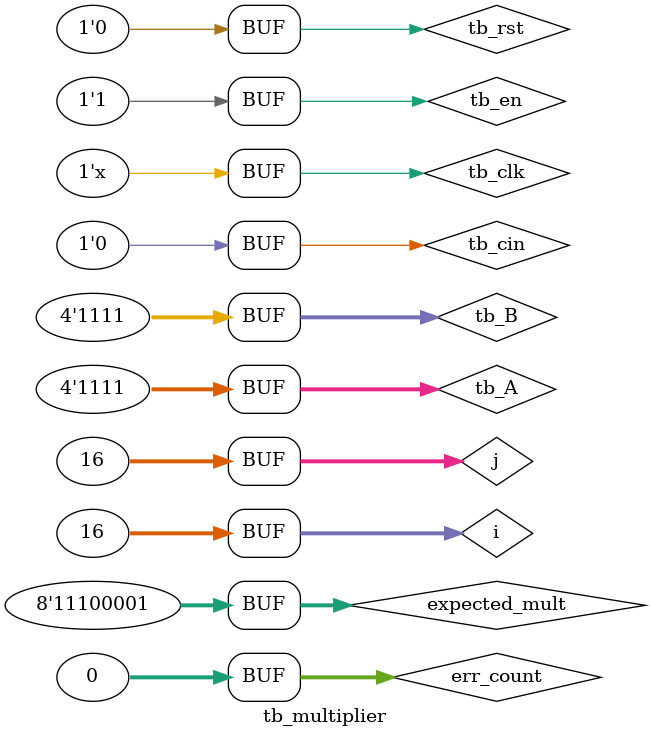
<source format=v>
module tb_multiplier;

    integer err_count = 0;
    integer i, j;
    reg [3:0] tb_A, tb_B;
    wire tb_cout;
    wire [7:0] tb_mult;
    reg tb_cin = 0;
    reg [7:0] expected_mult;
    reg tb_clk;
    reg tb_rst = 0;
    reg tb_en = 1;
    
    initial begin
        tb_clk = 0;
    end
    
    always @(*) begin
       tb_clk <= #5 ~tb_clk;
 
    end
    
   pipeline_mult U1(tb_A, tb_B, tb_clk, tb_rst, tb_cout, tb_mult);
    
    initial begin
        for(i = 0; i < 16; i = i+1)
        begin
   
            tb_A = i; #10
            for(j = 0; j < 16; j = j+1)
            begin
                tb_B = j; #10
                expected_mult = tb_A * tb_B;
                    #5
                    if(tb_mult != expected_mult)
                    begin
                        err_count = err_count + 1;
                end
            end 
        end
    end

endmodule

</source>
